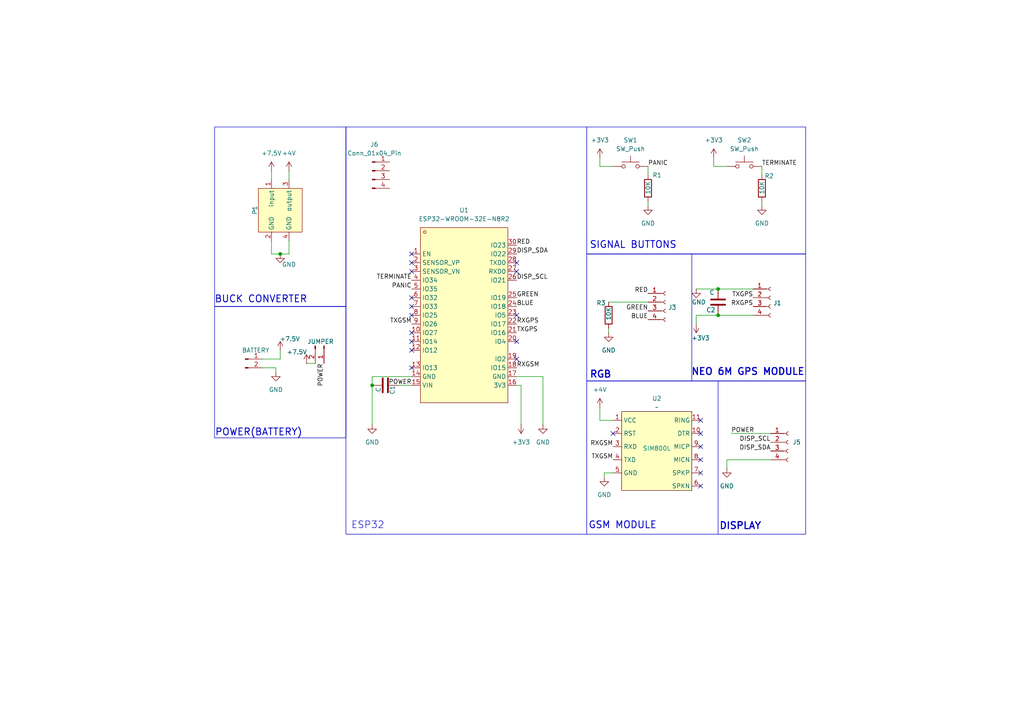
<source format=kicad_sch>
(kicad_sch (version 20231120) (generator "eeschema") (generator_version "8.0")
  (paper "A4")
  (lib_symbols
    (symbol "Connector:Conn_01x02_Pin" (pin_names (offset 1.016) hide)
      (property "Reference" "J" (at 0 2.54 0))
      (property "Value" "Conn_01x02_Pin" (at 0 -5.08 0))
      (symbol "Conn_01x02_Pin_1_1"
        (polyline (pts (xy 1.27 -2.54) (xy 0.8636 -2.54)) (stroke (width 0.1524)))
        (polyline (pts (xy 1.27 0) (xy 0.8636 0)) (stroke (width 0.1524)))
        (rectangle (start 0.8636 -2.413) (end 0 -2.667) (stroke (width 0.1524)) (fill (type outline)))
        (rectangle (start 0.8636 0.127) (end 0 -0.127) (stroke (width 0.1524)) (fill (type outline)))
        (pin passive line (at 5.08 0 180) (length 3.81) (name "Pin_1") (number "1"))
        (pin passive line (at 5.08 -2.54 180) (length 3.81) (name "Pin_2") (number "2"))
      )
    )
    (symbol "Connector:Conn_01x04_Pin" (pin_names (offset 1.016) hide)
      (property "Reference" "J" (at 0 5.08 0))
      (property "Value" "Conn_01x04_Pin" (at 0 -7.62 0))
      (symbol "Conn_01x04_Pin_1_1"
        (polyline (pts (xy 1.27 -5.08) (xy 0.8636 -5.08)) (stroke (width 0.1524)))
        (polyline (pts (xy 1.27 -2.54) (xy 0.8636 -2.54)) (stroke (width 0.1524)))
        (polyline (pts (xy 1.27 0) (xy 0.8636 0)) (stroke (width 0.1524)))
        (polyline (pts (xy 1.27 2.54) (xy 0.8636 2.54)) (stroke (width 0.1524)))
        (rectangle (start 0.8636 -4.953) (end 0 -5.207) (stroke (width 0.1524)) (fill (type outline)))
        (rectangle (start 0.8636 -2.413) (end 0 -2.667) (stroke (width 0.1524)) (fill (type outline)))
        (rectangle (start 0.8636 0.127) (end 0 -0.127) (stroke (width 0.1524)) (fill (type outline)))
        (rectangle (start 0.8636 2.667) (end 0 2.413) (stroke (width 0.1524)) (fill (type outline)))
        (pin passive line (at 5.08 2.54 180) (length 3.81) (name "Pin_1") (number "1"))
        (pin passive line (at 5.08 0 180) (length 3.81) (name "Pin_2") (number "2"))
        (pin passive line (at 5.08 -2.54 180) (length 3.81) (name "Pin_3") (number "3"))
        (pin passive line (at 5.08 -5.08 180) (length 3.81) (name "Pin_4") (number "4"))
      )
    )
    (symbol "Connector:Conn_01x04_Socket" (pin_names (offset 1.016) hide)
      (property "Reference" "J" (at 0 5.08 0))
      (property "Value" "Conn_01x04_Socket" (at 0 -7.62 0))
      (symbol "Conn_01x04_Socket_1_1"
        (arc (start 0 -4.572) (mid -0.5058 -5.08) (end 0 -5.588) (stroke (width 0.1524)))
        (arc (start 0 -2.032) (mid -0.5058 -2.54) (end 0 -3.048) (stroke (width 0.1524)))
        (polyline (pts (xy -1.27 -5.08) (xy -0.508 -5.08)) (stroke (width 0.1524)))
        (polyline (pts (xy -1.27 -2.54) (xy -0.508 -2.54)) (stroke (width 0.1524)))
        (polyline (pts (xy -1.27 0) (xy -0.508 0)) (stroke (width 0.1524)))
        (polyline (pts (xy -1.27 2.54) (xy -0.508 2.54)) (stroke (width 0.1524)))
        (arc (start 0 0.508) (mid -0.5058 0) (end 0 -0.508) (stroke (width 0.1524)))
        (arc (start 0 3.048) (mid -0.5058 2.54) (end 0 2.032) (stroke (width 0.1524)))
        (pin passive line (at -5.08 2.54 0) (length 3.81) (name "Pin_1") (number "1"))
        (pin passive line (at -5.08 0 0) (length 3.81) (name "Pin_2") (number "2"))
        (pin passive line (at -5.08 -2.54 0) (length 3.81) (name "Pin_3") (number "3"))
        (pin passive line (at -5.08 -5.08 0) (length 3.81) (name "Pin_4") (number "4"))
      )
    )
    (symbol "Device:C" (pin_numbers hide) (pin_names (offset 0.254))
      (property "Reference" "C" (at 0.635 2.54 0))
      (property "Value" "C" (at 0.635 -2.54 0))
      (symbol "C_0_1"
        (polyline (pts (xy -2.032 -0.762) (xy 2.032 -0.762)) (stroke (width 0.508)))
        (polyline (pts (xy -2.032 0.762) (xy 2.032 0.762)) (stroke (width 0.508)))
      )
      (symbol "C_1_1"
        (pin passive line (at 0 3.81 270) (length 2.794) (name "~") (number "1"))
        (pin passive line (at 0 -3.81 90) (length 2.794) (name "~") (number "2"))
      )
    )
    (symbol "Device:R" (pin_numbers hide) (pin_names (offset 0))
      (property "Reference" "R" (at 2.032 0 90))
      (property "Value" "R" (at 0 0 90))
      (symbol "R_0_1"
        (rectangle (start -1.016 -2.54) (end 1.016 2.54) (stroke (width 0.254)))
      )
      (symbol "R_1_1"
        (pin passive line (at 0 3.81 270) (length 1.27) (name "~") (number "1"))
        (pin passive line (at 0 -3.81 90) (length 1.27) (name "~") (number "2"))
      )
    )
    (symbol "Switch:SW_Push" (pin_numbers hide) (pin_names (offset 1.016) hide)
      (property "Reference" "SW" (at 1.27 2.54 0))
      (property "Value" "SW_Push" (at 0 -1.524 0))
      (symbol "SW_Push_0_1"
        (circle (center -2.032 0) (radius 0.508))
        (polyline (pts (xy 0 1.27) (xy 0 3.048)))
        (polyline (pts (xy 2.54 1.27) (xy -2.54 1.27)))
        (circle (center 2.032 0) (radius 0.508))
        (pin passive line (at -5.08 0 0) (length 2.54) (name "1") (number "1"))
        (pin passive line (at 5.08 0 180) (length 2.54) (name "2") (number "2"))
      )
    )
    (symbol "power:+3V3" (power) (pin_numbers hide) (pin_names (offset 0) hide)
      (property "Value" "+3V3" (at 0 3.556 0))
      (symbol "+3V3_0_1"
        (polyline (pts (xy -0.762 1.27) (xy 0 2.54)))
        (polyline (pts (xy 0 0) (xy 0 2.54)))
        (polyline (pts (xy 0 2.54) (xy 0.762 1.27)))
      )
      (symbol "+3V3_1_1"
        (pin power_in line (at 0 0 90) (length 0) (name "~") (number "1"))
      )
    )
    (symbol "power:+4V" (power) (pin_numbers hide) (pin_names (offset 0) hide)
      (property "Value" "+4V" (at 0 3.556 0))
      (symbol "+4V_0_1"
        (polyline (pts (xy -0.762 1.27) (xy 0 2.54)))
        (polyline (pts (xy 0 0) (xy 0 2.54)))
        (polyline (pts (xy 0 2.54) (xy 0.762 1.27)))
      )
      (symbol "+4V_1_1"
        (pin power_in line (at 0 0 90) (length 0) (name "~") (number "1"))
      )
    )
    (symbol "power:+7.5V" (power) (pin_numbers hide) (pin_names (offset 0) hide)
      (property "Value" "+7.5V" (at 0 3.556 0))
      (symbol "+7.5V_0_1"
        (polyline (pts (xy -0.762 1.27) (xy 0 2.54)))
        (polyline (pts (xy 0 0) (xy 0 2.54)))
        (polyline (pts (xy 0 2.54) (xy 0.762 1.27)))
      )
      (symbol "+7.5V_1_1"
        (pin power_in line (at 0 0 90) (length 0) (name "~") (number "1"))
      )
    )
    (symbol "power:GND" (power) (pin_numbers hide) (pin_names (offset 0) hide)
      (property "Value" "GND" (at 0 -3.81 0))
      (symbol "GND_0_1"
        (polyline (pts (xy 0 0) (xy 0 -1.27) (xy 1.27 -1.27) (xy 0 -2.54) (xy -1.27 -1.27) (xy 0 -1.27)))
      )
      (symbol "GND_1_1"
        (pin power_in line (at 0 0 270) (length 0) (name "~") (number "1"))
      )
    )
    (symbol "symbols:ESP32-WROOM-32_DEV_BOARD"
      (property "Reference" "U" (at 0 31.75 0))
      (property "Value" "ESP32-WROOM-32E-N8R2" (at 0 -29.21 0))
      (symbol "ESP32-WROOM-32_DEV_BOARD_0_1"
        (rectangle (start -12.7 24.13) (end 12.7 -26.67) (fill (type background)))
        (circle (center -11.43 22.86) (radius 0.38))
      )
      (symbol "ESP32-WROOM-32_DEV_BOARD_1_1"
        (pin unspecified line (at -15.24 16.51 0) (length 2.54) (name "EN") (number "1"))
        (pin unspecified line (at -15.24 -6.35 0) (length 2.54) (name "IO27") (number "10"))
        (pin unspecified line (at -15.24 -8.89 0) (length 2.54) (name "IO14") (number "11"))
        (pin unspecified line (at -15.24 -11.43 0) (length 2.54) (name "IO12") (number "12"))
        (pin unspecified line (at -15.24 -16.51 0) (length 2.54) (name "IO13") (number "13"))
        (pin unspecified line (at -15.24 -19.05 0) (length 2.54) (name "GND") (number "14"))
        (pin unspecified line (at -15.24 -21.59 0) (length 2.54) (name "VIN") (number "15"))
        (pin unspecified line (at 15.24 -21.59 180) (length 2.54) (name "3V3") (number "16"))
        (pin unspecified line (at 15.24 -19.05 180) (length 2.54) (name "GND") (number "17"))
        (pin unspecified line (at 15.24 -16.51 180) (length 2.54) (name "IO15") (number "18"))
        (pin unspecified line (at 15.24 -13.97 180) (length 2.54) (name "IO2") (number "19"))
        (pin unspecified line (at -15.24 13.97 0) (length 2.54) (name "SENSOR_VP") (number "2"))
        (pin unspecified line (at 15.24 -8.89 180) (length 2.54) (name "IO4") (number "20"))
        (pin unspecified line (at 15.24 -6.35 180) (length 2.54) (name "IO16") (number "21"))
        (pin unspecified line (at 15.24 -3.81 180) (length 2.54) (name "IO17") (number "22"))
        (pin unspecified line (at 15.24 -1.27 180) (length 2.54) (name "IO5") (number "23"))
        (pin unspecified line (at 15.24 1.27 180) (length 2.54) (name "IO18") (number "24"))
        (pin unspecified line (at 15.24 3.81 180) (length 2.54) (name "IO19") (number "25"))
        (pin unspecified line (at 15.24 8.89 180) (length 2.54) (name "IO21") (number "26"))
        (pin unspecified line (at 15.24 11.43 180) (length 2.54) (name "RXD0") (number "27"))
        (pin unspecified line (at 15.24 13.97 180) (length 2.54) (name "TXD0") (number "28"))
        (pin unspecified line (at 15.24 16.51 180) (length 2.54) (name "IO22") (number "29"))
        (pin unspecified line (at -15.24 11.43 0) (length 2.54) (name "SENSOR_VN") (number "3"))
        (pin unspecified line (at 15.24 19.05 180) (length 2.54) (name "IO23") (number "30"))
        (pin unspecified line (at -15.24 8.89 0) (length 2.54) (name "IO34") (number "4"))
        (pin unspecified line (at -15.24 6.35 0) (length 2.54) (name "IO35") (number "5"))
        (pin unspecified line (at -15.24 3.81 0) (length 2.54) (name "IO32") (number "6"))
        (pin unspecified line (at -15.24 1.27 0) (length 2.54) (name "IO33") (number "7"))
        (pin unspecified line (at -15.24 -1.27 0) (length 2.54) (name "IO25") (number "8"))
        (pin unspecified line (at -15.24 -3.81 0) (length 2.54) (name "IO26") (number "9"))
      )
    )
    (symbol "symbols:buck_converter"
      (property "Reference" "P" (at 4.826 7.366 0))
      (symbol "buck_converter_1_1"
        (rectangle (start -6.35 6.35) (end 6.35 -6.35) (fill (type background)))
        (pin input line (at -8.89 2.54 0) (length 2.54) (name "input") (number "1"))
        (pin input line (at 8.89 2.54 180) (length 2.54) (name "GND") (number "2"))
        (pin input line (at -8.89 -2.54 0) (length 2.54) (name "output") (number "3"))
        (pin input line (at 8.89 -2.54 180) (length 2.54) (name "GND") (number "4"))
      )
    )
    (symbol "symbols:sim800l"
      (property "Reference" "U2" (at 0 15.24 0))
      (property "Value" "~" (at 0 12.7 0))
      (symbol "sim800l_1_1"
        (rectangle (start -10.16 11.43) (end 10.16 -11.43) (stroke (width 0) (color 72 0 0 1)) (fill (type background)))
        (text "SIM800L\n" (at 0 0.762 0) (effects (font (size 1.27 1.27))))
        (pin input line (at -12.7 8.89 0) (length 2.54) (name "VCC") (number "1"))
        (pin input line (at 12.7 5.08 180) (length 2.54) (name "DTR") (number "10"))
        (pin input line (at 12.7 8.89 180) (length 2.54) (name "RING") (number "11"))
        (pin input line (at -12.7 5.08 0) (length 2.54) (name "RST") (number "2"))
        (pin input line (at -12.7 1.27 0) (length 2.54) (name "RXD") (number "3"))
        (pin input line (at -12.7 -2.54 0) (length 2.54) (name "TXD") (number "4"))
        (pin input line (at -12.7 -6.35 0) (length 2.54) (name "GND") (number "5"))
        (pin input line (at 12.7 -10.16 180) (length 2.54) (name "SPKN") (number "6"))
        (pin input line (at 12.7 -6.35 180) (length 2.54) (name "SPKP") (number "7"))
        (pin input line (at 12.7 -2.54 180) (length 2.54) (name "MICN") (number "8"))
        (pin input line (at 12.7 1.27 180) (length 2.54) (name "MICP") (number "9"))
      )
    )
  )
  (junction (at 208.28 83.82))
  (junction (at 107.95 111.76))
  (junction (at 208.28 91.44))
  (junction (at 81.28 73.66))
  (no_connect (at 119.38 76.2))
  (no_connect (at 119.38 96.52))
  (no_connect (at 149.86 76.2))
  (no_connect (at 119.38 106.68))
  (no_connect (at 119.38 73.66))
  (no_connect (at 203.2 133.35))
  (no_connect (at 203.2 125.73))
  (no_connect (at 203.2 137.16))
  (no_connect (at 149.86 78.74))
  (no_connect (at 119.38 88.9))
  (no_connect (at 149.86 91.44))
  (no_connect (at 149.86 104.14))
  (no_connect (at 177.8 125.73))
  (no_connect (at 119.38 91.44))
  (no_connect (at 203.2 129.54))
  (no_connect (at 149.86 99.06))
  (no_connect (at 203.2 140.97))
  (no_connect (at 119.38 99.06))
  (no_connect (at 119.38 101.6))
  (no_connect (at 203.2 121.92))
  (no_connect (at 119.38 78.74))
  (no_connect (at 119.38 86.36))
  (wire (pts (xy 151.13 123.19) (xy 151.13 111.76)))
  (wire (pts (xy 76.2 106.68) (xy 80.01 106.68)))
  (wire (pts (xy 220.98 59.69) (xy 220.98 58.42)))
  (polyline (pts (xy 200.66 73.66) (xy 200.66 110.49)))
  (wire (pts (xy 80.01 106.68) (xy 80.01 107.95)))
  (wire (pts (xy 176.53 87.63) (xy 187.96 87.63)))
  (wire (pts (xy 187.96 59.69) (xy 187.96 58.42)))
  (wire (pts (xy 176.53 96.52) (xy 176.53 95.25)))
  (wire (pts (xy 175.26 137.16) (xy 177.8 137.16)))
  (wire (pts (xy 151.13 111.76) (xy 149.86 111.76)))
  (wire (pts (xy 76.2 104.14) (xy 81.28 104.14)))
  (wire (pts (xy 149.86 109.22) (xy 157.48 109.22)))
  (wire (pts (xy 201.93 93.98) (xy 201.93 91.44)))
  (wire (pts (xy 173.99 121.92) (xy 177.8 121.92)))
  (wire (pts (xy 201.93 91.44) (xy 208.28 91.44)))
  (wire (pts (xy 173.99 45.72) (xy 173.99 48.26)))
  (wire (pts (xy 220.98 48.26) (xy 220.98 50.8)))
  (wire (pts (xy 83.82 49.53) (xy 83.82 52.07)))
  (wire (pts (xy 81.28 73.66) (xy 83.82 73.66)))
  (wire (pts (xy 78.74 69.85) (xy 78.74 73.66)))
  (wire (pts (xy 201.93 83.82) (xy 208.28 83.82)))
  (wire (pts (xy 210.82 135.89) (xy 210.82 133.35)))
  (wire (pts (xy 207.01 45.72) (xy 207.01 48.26)))
  (wire (pts (xy 208.28 83.82) (xy 218.44 83.82)))
  (wire (pts (xy 107.95 111.76) (xy 107.95 123.19)))
  (wire (pts (xy 187.96 50.8) (xy 187.96 48.26)))
  (wire (pts (xy 107.95 109.22) (xy 119.38 109.22)))
  (wire (pts (xy 107.95 109.22) (xy 107.95 111.76)))
  (wire (pts (xy 78.74 73.66) (xy 81.28 73.66)))
  (wire (pts (xy 78.74 49.53) (xy 78.74 52.07)))
  (wire (pts (xy 173.99 118.11) (xy 173.99 121.92)))
  (wire (pts (xy 208.28 91.44) (xy 218.44 91.44)))
  (wire (pts (xy 88.9 105.41) (xy 91.44 105.41)))
  (wire (pts (xy 173.99 48.26) (xy 177.8 48.26)))
  (polyline (pts (xy 208.28 110.49) (xy 208.28 154.94)))
  (wire (pts (xy 207.01 48.26) (xy 210.82 48.26)))
  (wire (pts (xy 157.48 109.22) (xy 157.48 123.19)))
  (wire (pts (xy 81.28 101.6) (xy 81.28 104.14)))
  (wire (pts (xy 115.57 111.76) (xy 119.38 111.76)))
  (wire (pts (xy 210.82 133.35) (xy 223.52 133.35)))
  (wire (pts (xy 175.26 138.43) (xy 175.26 137.16)))
  (wire (pts (xy 212.09 125.73) (xy 223.52 125.73)))
  (wire (pts (xy 83.82 73.66) (xy 83.82 69.85)))
  (rectangle (start 100.33 36.83) (end 170.18 154.94))
  (rectangle (start 170.18 110.49) (end 233.68 154.94))
  (rectangle (start 170.18 73.66) (end 233.68 110.49))
  (rectangle (start 62.23 88.9) (end 100.33 127))
  (rectangle (start 62.23 36.83) (end 100.33 88.9))
  (rectangle (start 170.18 36.83) (end 233.68 73.66))
  (text "POWER(BATTERY)" (at 75.0511 125.4536 0) (effects (font (size 2 2) (thickness 0.254) (bold yes))))
  (text "BUCK CONVERTER" (at 75.692 86.868 0) (effects (font (size 2 2) (thickness 0.254) (bold yes))))
  (text "GSM MODULE" (at 180.594 152.4 0) (effects (font (size 2 2) (thickness 0.25))))
  (text "ESP32" (at 106.68 152.4 0) (effects (font (size 2 2))))
  (text "SIGNAL BUTTONS" (at 183.642 71.12 0) (effects (font (size 2 2) (thickness 0.25))))
  (label "TXGPS" (at 218.44 86.36 180))
  (label "RXGSM" (at 149.86 106.68 0))
  (label "RED" (at 187.96 85.09 180))
  (label "GREEN" (at 187.96 90.17 180))
  (label "BLUE" (at 149.86 88.9 0) (effects (font (thickness 0.1588))))
  (label "PANIC" (at 187.96 48.26 0))
  (label "TXGPS" (at 149.86 96.52 0))
  (label "PANIC" (at 119.38 83.82 180) (effects (font (thickness 0.1588))))
  (label "DISP_SCL" (at 149.86 81.28 0) (effects (font (thickness 0.1588))))
  (label "DISP_SCL" (at 223.52 128.27 180) (effects (font (thickness 0.1588))))
  (label "GREEN" (at 149.86 86.36 0) (effects (font (thickness 0.1588))))
  (label "TXGSM" (at 177.8 133.35 180))
  (label "POWER" (at 93.98 105.41 270))
  (label "DISP_SDA" (at 149.86 73.66 0) (effects (font (thickness 0.1588))))
  (label "BLUE" (at 187.96 92.71 180))
  (label "TERMINATE" (at 119.38 81.28 180) (effects (font (thickness 0.1588))))
  (label "DISP_SDA" (at 223.52 130.81 180) (effects (font (thickness 0.1588))))
  (label "TERMINATE" (at 220.98 48.26 0))
  (label "RXGPS" (at 149.86 93.98 0))
  (label "RXGPS" (at 218.44 88.9 180))
  (label "POWER" (at 212.09 125.73 0))
  (label "RXGSM" (at 177.8 129.54 180))
  (label "POWER" (at 119.38 111.76 180))
  (label "RED" (at 149.86 71.12 0) (effects (font (thickness 0.1588))))
  (label "TXGSM" (at 119.38 93.98 180))
  (symbol (lib_id "power:+4V") (at 83.82 49.53 0) (unit 1)
    (property "Reference" "#PWR13" (effects (hide yes)))
    (property "Value" "+4V" (at 83.82 44.45 0))
    (property "Description" "Power symbol creates a global label with name \"+4V\"" (effects (hide yes)))
  )
  (symbol (lib_id "power:GND") (at 107.95 123.19 0) (unit 1)
    (property "Reference" "#PWR18" (effects (hide yes)))
    (property "Value" "GND" (at 107.95 128.27 0))
    (property "Description" "Power symbol creates a global label with name \"GND\" , ground" (effects (hide yes)))
  )
  (symbol (lib_id "power:+3V3") (at 201.93 93.98 180) (unit 1)
    (property "Reference" "#PWR7" (effects (hide yes)))
    (property "Value" "+3V3" (at 203.2 98.044 0))
    (property "Description" "Power symbol creates a global label with name \"+3V3\"" (effects (hide yes)))
  )
  (symbol (lib_id "power:+3V3") (at 207.01 45.72 0) (unit 1)
    (property "Reference" "#PWR2" (effects (hide yes)))
    (property "Value" "+3V3" (at 207.01 40.64 0))
    (property "Description" "Power symbol creates a global label with name \"+3V3\"" (effects (hide yes)))
  )
  (symbol (lib_id "power:+7.5V") (at 78.74 49.53 0) (unit 1)
    (property "Reference" "#PWR12" (effects (hide yes)))
    (property "Value" "+7.5V" (at 78.74 44.45 0))
    (property "Description" "Power symbol creates a global label with name \"+7.5V\"" (effects (hide yes)))
  )
  (symbol (lib_id "Device:C") (at 208.28 87.63 180) (unit 1)
    (property "Reference" "C2" (at 207.518 89.916 0) (effects (justify left)))
    (property "Value" "C" (at 207.264 84.836 0) (effects (justify left)))
    (property "Footprint" "Capacitor_THT:CP_Radial_D8.0mm_P3.50mm" (effects (hide yes)))
    (property "Description" "Unpolarized capacitor" (effects (hide yes)))
  )
  (symbol (lib_id "Connector:Conn_01x02_Pin") (at 93.98 100.33 270) (unit 1)
    (property "Reference" "J4" (effects (hide yes)))
    (property "Value" "JUMPER" (at 89.154 99.06 90) (effects (justify left)))
    (property "Footprint" "Connector_PinHeader_2.54mm:PinHeader_1x02_P2.54mm_Vertical" (effects (hide yes)))
    (property "Description" "Generic connector, single row, 01x02, script generated" (effects (hide yes)))
  )
  (symbol (lib_id "Device:R") (at 220.98 54.61 0) (unit 1)
    (property "Reference" "R2" (at 221.742 51.054 0) (effects (justify left)))
    (property "Value" "10K" (at 220.98 56.388 90) (effects (justify left)))
    (property "Footprint" "Resistor_THT:R_Axial_DIN0414_L11.9mm_D4.5mm_P15.24mm_Horizontal" (effects (hide yes)))
    (property "Description" "Resistor" (effects (hide yes)))
  )
  (symbol (lib_id "symbols:sim800l") (at 190.5 130.81 0) (unit 1)
    (property "Reference" "U2" (at 190.5 115.57 0))
    (property "Value" "~" (at 190.5 118.11 0))
    (property "Footprint" "symbols_footprint:sim800l" (effects (hide yes)))
  )
  (symbol (lib_id "power:GND") (at 175.26 138.43 0) (unit 1)
    (property "Reference" "#PWR8" (effects (hide yes)))
    (property "Value" "GND" (at 175.26 143.51 0))
    (property "Description" "Power symbol creates a global label with name \"GND\" , ground" (effects (hide yes)))
  )
  (symbol (lib_id "Connector:Conn_01x04_Pin") (at 107.95 49.53 0) (unit 1)
    (property "Reference" "J6" (at 108.585 41.91 0))
    (property "Value" "Conn_01x04_Pin" (at 108.585 44.45 0))
    (property "Footprint" "Connector_PinHeader_2.54mm:PinHeader_1x04_P2.54mm_Vertical" (effects (hide yes)))
    (property "Description" "Generic connector, single row, 01x04, script generated" (effects (hide yes)))
  )
  (symbol (lib_id "Connector:Conn_01x04_Socket") (at 223.52 86.36 0) (unit 1)
    (property "Reference" "J1" (at 224.282 87.884 0) (effects (justify left)))
    (property "Value" "NEO 6M GPS MODULE" (at 200.406 107.696 0) (effects (font (size 2 2) (thickness 0.3) (bold yes)) (justify left)))
    (property "Footprint" "Connector_PinSocket_2.54mm:PinSocket_1x04_P2.54mm_Vertical" (effects (hide yes)))
    (property "Description" "Generic connector, single row, 01x04, script generated" (effects (hide yes)))
  )
  (symbol (lib_id "power:GND") (at 201.93 83.82 0) (unit 1)
    (property "Reference" "#PWR6" (effects (hide yes)))
    (property "Value" "GND" (at 202.692 87.63 0))
    (property "Description" "Power symbol creates a global label with name \"GND\" , ground" (effects (hide yes)))
  )
  (symbol (lib_id "power:GND") (at 80.01 107.95 0) (unit 1)
    (property "Reference" "#PWR10" (effects (hide yes)))
    (property "Value" "GND" (at 80.01 113.03 0))
    (property "Description" "Power symbol creates a global label with name \"GND\" , ground" (effects (hide yes)))
  )
  (symbol (lib_id "power:GND") (at 176.53 96.52 0) (unit 1)
    (property "Reference" "#PWR5" (effects (hide yes)))
    (property "Value" "GND" (at 176.53 101.6 0))
    (property "Description" "Power symbol creates a global label with name \"GND\" , ground" (effects (hide yes)))
  )
  (symbol (lib_id "Connector:Conn_01x04_Socket") (at 193.04 87.63 0) (unit 1)
    (property "Reference" "J3" (at 193.802 89.154 0) (effects (justify left)))
    (property "Value" "RGB" (at 170.942 108.458 0) (effects (font (size 2 2) (thickness 0.3) (bold yes)) (justify left)))
    (property "Footprint" "Connector_PinSocket_2.54mm:PinSocket_1x04_P2.54mm_Vertical" (effects (hide yes)))
    (property "Description" "Generic connector, single row, 01x04, script generated" (effects (hide yes)))
  )
  (symbol (lib_id "power:GND") (at 157.48 123.19 0) (unit 1)
    (property "Reference" "#PWR16" (effects (hide yes)))
    (property "Value" "GND" (at 157.48 128.27 0))
    (property "Description" "Power symbol creates a global label with name \"GND\" , ground" (effects (hide yes)))
  )
  (symbol (lib_id "Connector:Conn_01x02_Pin") (at 71.12 104.14 0) (unit 1)
    (property "Reference" "J2" (effects (hide yes)))
    (property "Value" "BATTERY" (at 74.168 101.6 0))
    (property "Footprint" "Connector_PinHeader_2.54mm:PinHeader_1x02_P2.54mm_Vertical" (effects (hide yes)))
    (property "Description" "Generic connector, single row, 01x02, script generated" (effects (hide yes)))
  )
  (symbol (lib_id "symbols:ESP32-WROOM-32_DEV_BOARD") (at 134.62 90.17 0) (unit 1)
    (property "Reference" "U1" (at 134.62 60.96 0))
    (property "Value" "ESP32-WROOM-32E-N8R2" (at 134.62 63.5 0))
    (property "Footprint" "symbols_footprint:esp32 dev board" (effects (hide yes)))
    (property "LCSC Part" "C5361945" (effects (hide yes)))
  )
  (symbol (lib_id "power:+4V") (at 173.99 118.11 0) (unit 1)
    (property "Reference" "#PWR9" (effects (hide yes)))
    (property "Value" "+4V" (at 173.99 113.03 0))
    (property "Description" "Power symbol creates a global label with name \"+4V\"" (effects (hide yes)))
  )
  (symbol (lib_id "Switch:SW_Push") (at 182.88 48.26 0) (unit 1)
    (property "Reference" "SW1" (at 182.88 40.64 0))
    (property "Value" "SW_Push" (at 182.88 43.18 0))
    (property "Footprint" "Button_Switch_THT:SW_PUSH_6mm" (effects (hide yes)))
    (property "Description" "Push button switch, generic, two pins" (effects (hide yes)))
  )
  (symbol (lib_id "power:GND") (at 220.98 59.69 0) (unit 1)
    (property "Reference" "#PWR3" (effects (hide yes)))
    (property "Value" "GND" (at 220.98 64.77 0))
    (property "Description" "Power symbol creates a global label with name \"GND\" , ground" (effects (hide yes)))
  )
  (symbol (lib_id "Switch:SW_Push") (at 215.9 48.26 0) (unit 1)
    (property "Reference" "SW2" (at 215.9 40.64 0))
    (property "Value" "SW_Push" (at 215.9 43.18 0))
    (property "Footprint" "Button_Switch_THT:SW_PUSH_6mm" (effects (hide yes)))
    (property "Description" "Push button switch, generic, two pins" (effects (hide yes)))
  )
  (symbol (lib_id "Connector:Conn_01x04_Socket") (at 228.6 128.27 0) (unit 1)
    (property "Reference" "J5" (at 229.87 128.2699 0) (effects (justify left)))
    (property "Value" "DISPLAY" (at 208.534 152.4 0) (effects (font (size 2 2) (thickness 0.3) (bold yes)) (justify left)))
    (property "Footprint" "Connector_PinHeader_2.54mm:PinHeader_1x04_P2.54mm_Horizontal" (effects (hide yes)))
    (property "Description" "Generic connector, single row, 01x04, script generated" (effects (hide yes)))
  )
  (symbol (lib_id "power:+3V3") (at 151.13 123.19 180) (unit 1)
    (property "Reference" "#PWR15" (effects (hide yes)))
    (property "Value" "+3V3" (at 151.13 128.27 0))
    (property "Description" "Power symbol creates a global label with name \"+3V3\"" (effects (hide yes)))
  )
  (symbol (lib_id "power:+3V3") (at 173.99 45.72 0) (unit 1)
    (property "Reference" "#PWR1" (effects (hide yes)))
    (property "Value" "+3V3" (at 173.99 40.64 0))
    (property "Description" "Power symbol creates a global label with name \"+3V3\"" (effects (hide yes)))
  )
  (symbol (lib_id "power:+7.5V") (at 81.28 101.6 0) (unit 1)
    (property "Reference" "#PWR14" (effects (hide yes)))
    (property "Value" "+7.5V" (at 84.074 98.298 0))
    (property "Description" "Power symbol creates a global label with name \"+7.5V\"" (effects (hide yes)))
  )
  (symbol (lib_id "symbols:buck_converter") (at 81.28 60.96 90) (mirror x) (unit 1)
    (property "Reference" "P1" (at 73.914 60.96 0))
    (property "Value" "~" (at 73.66 60.96 0))
    (property "Footprint" "DCDC_BUCK:dcdc_buck_lm2596_module" (effects (hide yes)))
  )
  (symbol (lib_id "Device:C") (at 111.76 111.76 270) (unit 1)
    (property "Reference" "C1" (at 113.792 111.76 0) (effects (justify left)))
    (property "Value" "C" (at 109.728 112.268 0) (effects (justify left)))
    (property "Footprint" "Capacitor_THT:CP_Radial_D8.0mm_P3.50mm" (effects (hide yes)))
    (property "Description" "Unpolarized capacitor" (effects (hide yes)))
  )
  (symbol (lib_id "Device:R") (at 187.96 54.61 0) (unit 1)
    (property "Reference" "R1" (at 189.23 50.8 0) (effects (justify left)))
    (property "Value" "10K" (at 187.96 56.388 90) (effects (justify left)))
    (property "Footprint" "Resistor_THT:R_Axial_DIN0414_L11.9mm_D4.5mm_P15.24mm_Horizontal" (effects (hide yes)))
    (property "Description" "Resistor" (effects (hide yes)))
  )
  (symbol (lib_id "power:GND") (at 187.96 59.69 0) (unit 1)
    (property "Reference" "#PWR4" (effects (hide yes)))
    (property "Value" "GND" (at 187.96 64.77 0))
    (property "Description" "Power symbol creates a global label with name \"GND\" , ground" (effects (hide yes)))
  )
  (symbol (lib_id "power:GND") (at 81.28 73.66 0) (unit 1)
    (property "Reference" "#PWR11" (effects (hide yes)))
    (property "Value" "GND" (at 83.82 76.708 0))
    (property "Description" "Power symbol creates a global label with name \"GND\" , ground" (effects (hide yes)))
  )
  (symbol (lib_id "Device:R") (at 176.53 91.44 0) (unit 1)
    (property "Reference" "R3" (at 172.974 87.884 0) (effects (justify left)))
    (property "Value" "10K" (at 176.53 92.964 90) (effects (justify left)))
    (property "Footprint" "Resistor_THT:R_Axial_DIN0414_L11.9mm_D4.5mm_P15.24mm_Horizontal" (effects (hide yes)))
    (property "Description" "Resistor" (effects (hide yes)))
  )
  (symbol (lib_id "power:+7.5V") (at 88.9 105.41 0) (mirror y) (unit 1)
    (property "Reference" "#PWR19" (effects (hide yes)))
    (property "Value" "+7.5V" (at 86.106 102.108 0))
    (property "Description" "Power symbol creates a global label with name \"+7.5V\"" (effects (hide yes)))
  )
  (symbol (lib_id "power:GND") (at 210.82 135.89 0) (unit 1)
    (property "Reference" "#PWR17" (effects (hide yes)))
    (property "Value" "GND" (at 210.82 140.97 0))
    (property "Description" "Power symbol creates a global label with name \"GND\" , ground" (effects (hide yes)))
  )
)
</source>
